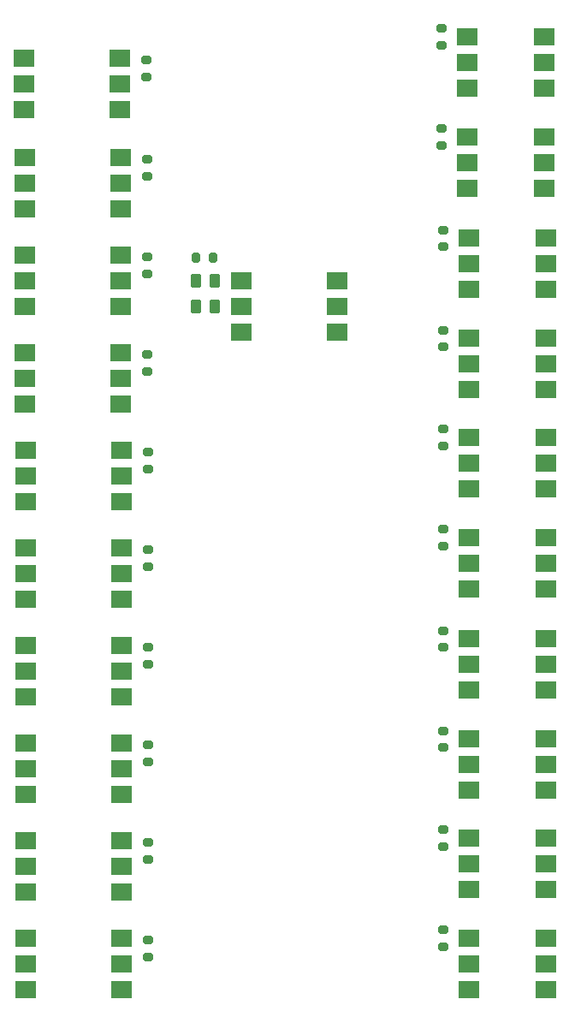
<source format=gtp>
G04 #@! TF.GenerationSoftware,KiCad,Pcbnew,(6.0.0)*
G04 #@! TF.CreationDate,2022-08-19T14:16:46+02:00*
G04 #@! TF.ProjectId,top,746f702e-6b69-4636-9164-5f7063625858,rev?*
G04 #@! TF.SameCoordinates,Original*
G04 #@! TF.FileFunction,Paste,Top*
G04 #@! TF.FilePolarity,Positive*
%FSLAX46Y46*%
G04 Gerber Fmt 4.6, Leading zero omitted, Abs format (unit mm)*
G04 Created by KiCad (PCBNEW (6.0.0)) date 2022-08-19 14:16:46*
%MOMM*%
%LPD*%
G01*
G04 APERTURE LIST*
G04 Aperture macros list*
%AMRoundRect*
0 Rectangle with rounded corners*
0 $1 Rounding radius*
0 $2 $3 $4 $5 $6 $7 $8 $9 X,Y pos of 4 corners*
0 Add a 4 corners polygon primitive as box body*
4,1,4,$2,$3,$4,$5,$6,$7,$8,$9,$2,$3,0*
0 Add four circle primitives for the rounded corners*
1,1,$1+$1,$2,$3*
1,1,$1+$1,$4,$5*
1,1,$1+$1,$6,$7*
1,1,$1+$1,$8,$9*
0 Add four rect primitives between the rounded corners*
20,1,$1+$1,$2,$3,$4,$5,0*
20,1,$1+$1,$4,$5,$6,$7,0*
20,1,$1+$1,$6,$7,$8,$9,0*
20,1,$1+$1,$8,$9,$2,$3,0*%
G04 Aperture macros list end*
%ADD10R,2.000000X1.780000*%
%ADD11RoundRect,0.200000X0.275000X-0.200000X0.275000X0.200000X-0.275000X0.200000X-0.275000X-0.200000X0*%
%ADD12RoundRect,0.250000X-0.262500X-0.450000X0.262500X-0.450000X0.262500X0.450000X-0.262500X0.450000X0*%
%ADD13RoundRect,0.200000X0.200000X0.275000X-0.200000X0.275000X-0.200000X-0.275000X0.200000X-0.275000X0*%
G04 APERTURE END LIST*
D10*
X115570000Y-73660000D03*
X115570000Y-76200000D03*
X115570000Y-78740000D03*
X125100000Y-78740000D03*
X125100000Y-76200000D03*
X125100000Y-73660000D03*
X159361500Y-61976000D03*
X159361500Y-64516000D03*
X159361500Y-67056000D03*
X166981500Y-67056000D03*
X166981500Y-64516000D03*
X166981500Y-61976000D03*
X115570000Y-83312000D03*
X115570000Y-85852000D03*
X115570000Y-88392000D03*
X125100000Y-88392000D03*
X125100000Y-85852000D03*
X125100000Y-83312000D03*
X115570000Y-64008000D03*
X115570000Y-66548000D03*
X115570000Y-69088000D03*
X125100000Y-69088000D03*
X125100000Y-66548000D03*
X125100000Y-64008000D03*
D11*
X156972000Y-82716500D03*
X156972000Y-81066500D03*
D10*
X115631000Y-141224000D03*
X115631000Y-143764000D03*
X115631000Y-146304000D03*
X125161000Y-146304000D03*
X125161000Y-143764000D03*
X125161000Y-141224000D03*
X159512000Y-131318000D03*
X159512000Y-133858000D03*
X159512000Y-136398000D03*
X167132000Y-136398000D03*
X167132000Y-133858000D03*
X167132000Y-131318000D03*
D11*
X156821500Y-62801000D03*
X156821500Y-61151000D03*
D10*
X159512000Y-101600000D03*
X159512000Y-104140000D03*
X159512000Y-106680000D03*
X167132000Y-106680000D03*
X167132000Y-104140000D03*
X167132000Y-101600000D03*
X115631000Y-102616000D03*
X115631000Y-105156000D03*
X115631000Y-107696000D03*
X125161000Y-107696000D03*
X125161000Y-105156000D03*
X125161000Y-102616000D03*
D12*
X132541000Y-76200000D03*
X134366000Y-76200000D03*
D11*
X156821500Y-52895000D03*
X156821500Y-51245000D03*
X127701000Y-75501000D03*
X127701000Y-73851000D03*
D10*
X159512000Y-121515500D03*
X159512000Y-124055500D03*
X159512000Y-126595500D03*
X167132000Y-126595500D03*
X167132000Y-124055500D03*
X167132000Y-121515500D03*
X159361500Y-52070000D03*
X159361500Y-54610000D03*
X159361500Y-57150000D03*
X166981500Y-57150000D03*
X166981500Y-54610000D03*
X166981500Y-52070000D03*
X115631000Y-131572000D03*
X115631000Y-134112000D03*
X115631000Y-136652000D03*
X125161000Y-136652000D03*
X125161000Y-134112000D03*
X125161000Y-131572000D03*
D11*
X156972000Y-112434500D03*
X156972000Y-110784500D03*
D12*
X132541000Y-78740000D03*
X134366000Y-78740000D03*
D11*
X127762000Y-94805000D03*
X127762000Y-93155000D03*
X156972000Y-92519000D03*
X156972000Y-90869000D03*
D13*
X134175000Y-73914000D03*
X132525000Y-73914000D03*
D11*
X156972000Y-72810500D03*
X156972000Y-71160500D03*
D10*
X136967000Y-76200000D03*
X136967000Y-78740000D03*
X136967000Y-81280000D03*
X146497000Y-81280000D03*
X146497000Y-78740000D03*
X146497000Y-76200000D03*
D11*
X156972000Y-102425000D03*
X156972000Y-100775000D03*
D10*
X159512000Y-71985500D03*
X159512000Y-74525500D03*
X159512000Y-77065500D03*
X167132000Y-77065500D03*
X167132000Y-74525500D03*
X167132000Y-71985500D03*
D11*
X127701000Y-85153000D03*
X127701000Y-83503000D03*
X127701000Y-65849000D03*
X127701000Y-64199000D03*
X127762000Y-133413000D03*
X127762000Y-131763000D03*
X127603500Y-56038500D03*
X127603500Y-54388500D03*
X156972000Y-122340500D03*
X156972000Y-120690500D03*
D10*
X159512000Y-141224000D03*
X159512000Y-143764000D03*
X159512000Y-146304000D03*
X167132000Y-146304000D03*
X167132000Y-143764000D03*
X167132000Y-141224000D03*
X159512000Y-111609500D03*
X159512000Y-114149500D03*
X159512000Y-116689500D03*
X167132000Y-116689500D03*
X167132000Y-114149500D03*
X167132000Y-111609500D03*
X115631000Y-92964000D03*
X115631000Y-95504000D03*
X115631000Y-98044000D03*
X125161000Y-98044000D03*
X125161000Y-95504000D03*
X125161000Y-92964000D03*
D11*
X127762000Y-143065000D03*
X127762000Y-141415000D03*
X127762000Y-114109000D03*
X127762000Y-112459000D03*
D10*
X115472500Y-54197500D03*
X115472500Y-56737500D03*
X115472500Y-59277500D03*
X125002500Y-59277500D03*
X125002500Y-56737500D03*
X125002500Y-54197500D03*
X159512000Y-81891500D03*
X159512000Y-84431500D03*
X159512000Y-86971500D03*
X167132000Y-86971500D03*
X167132000Y-84431500D03*
X167132000Y-81891500D03*
D11*
X156972000Y-132143000D03*
X156972000Y-130493000D03*
X127762000Y-123761000D03*
X127762000Y-122111000D03*
D10*
X115631000Y-121920000D03*
X115631000Y-124460000D03*
X115631000Y-127000000D03*
X125161000Y-127000000D03*
X125161000Y-124460000D03*
X125161000Y-121920000D03*
D11*
X127762000Y-104457000D03*
X127762000Y-102807000D03*
D10*
X115631000Y-112268000D03*
X115631000Y-114808000D03*
X115631000Y-117348000D03*
X125161000Y-117348000D03*
X125161000Y-114808000D03*
X125161000Y-112268000D03*
D11*
X156972000Y-142049000D03*
X156972000Y-140399000D03*
D10*
X159512000Y-91694000D03*
X159512000Y-94234000D03*
X159512000Y-96774000D03*
X167132000Y-96774000D03*
X167132000Y-94234000D03*
X167132000Y-91694000D03*
M02*

</source>
